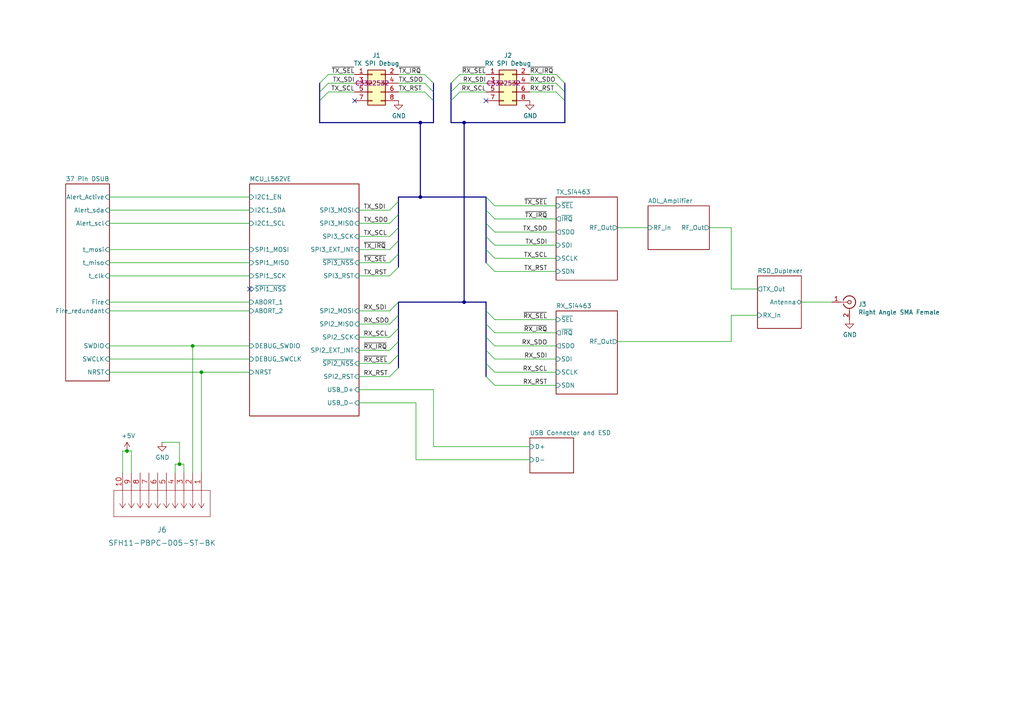
<source format=kicad_sch>
(kicad_sch (version 20211123) (generator eeschema)
  (paper "A4")
  (title_block (title "Telemetry PCB Schematic") (date "2022-03-24") (rev "v2.0.0") (company "When HAMs Fly Senior Design Team") (comment 1 "https://github.com/MSTRocketDesignTeam/Avionics-Telemetry-PCB") (comment 2 "Board Revision 2") (comment 3 "Schematic depicting logical connections between components"))
  (lib_symbols
    (symbol "Conn_02x04_Odd_Even_1" (pin_names (offset 1.016) hide)
      (property "Reference" "J1" (at 1.27 8.0518 0))
      (property "Value" "Conn_02x04_Odd_Even_1" (at 1.27 5.7404 0))
      (property "LCSC" "C3322532" (at 0 0 0))
      (symbol "Conn_02x04_Odd_Even_1_1_1"
        (rectangle (start -1.27 -4.953) (end 0 -5.207) (stroke (width 0.1524)))
        (rectangle (start -1.27 -2.413) (end 0 -2.667) (stroke (width 0.1524)))
        (rectangle (start -1.27 0.127) (end 0 -0.127) (stroke (width 0.1524)))
        (rectangle (start -1.27 2.667) (end 0 2.413) (stroke (width 0.1524)))
        (rectangle (start -1.27 3.81) (end 3.81 -6.35) (stroke (width 0.254)) (fill (type background)))
        (rectangle (start 3.81 -4.953) (end 2.54 -5.207) (stroke (width 0.1524)))
        (rectangle (start 3.81 -2.413) (end 2.54 -2.667) (stroke (width 0.1524)))
        (rectangle (start 3.81 0.127) (end 2.54 -0.127) (stroke (width 0.1524)))
        (rectangle (start 3.81 2.667) (end 2.54 2.413) (stroke (width 0.1524)))
        (pin passive line (at -5.08 2.54 0) (length 3.81) (name "Pin_1") (number "1"))
        (pin passive line (at 7.62 2.54 180) (length 3.81) (name "Pin_2") (number "2"))
        (pin passive line (at -5.08 0 0) (length 3.81) (name "Pin_3") (number "3"))
        (pin passive line (at 7.62 0 180) (length 3.81) (name "Pin_4") (number "4"))
        (pin passive line (at -5.08 -2.54 0) (length 3.81) (name "Pin_5") (number "5"))
        (pin passive line (at 7.62 -2.54 180) (length 3.81) (name "Pin_6") (number "6"))
        (pin passive line (at -5.08 -5.08 0) (length 3.81) (name "Pin_7") (number "7"))
        (pin passive line (at 7.62 -5.08 180) (length 3.81) (name "Pin_8") (number "8"))
      )
    )
    (symbol "Connector:Conn_Coaxial" (pin_names (offset 1.016) hide)
      (property "Reference" "J" (at 0.254 3.048 0))
      (property "Value" "Conn_Coaxial" (at 2.921 0 90))
      (symbol "Conn_Coaxial_0_1"
        (arc (start -1.778 -0.508) (mid 0.222 -1.808) (end 1.778 0) (stroke (width 0.254)))
        (polyline (pts (xy -2.54 0) (xy -0.508 0)))
        (polyline (pts (xy 0 -2.54) (xy 0 -1.778)))
        (circle (center 0 0) (radius 0.508) (stroke (width 0.2032)))
        (arc (start 1.778 0) (mid 0.222 1.8083) (end -1.778 0.508) (stroke (width 0.254)))
      )
      (symbol "Conn_Coaxial_1_1"
        (pin passive line (at -5.08 0 0) (length 2.54) (name "In") (number "1"))
        (pin passive line (at 0 -5.08 90) (length 2.54) (name "Ext") (number "2"))
      )
    )
    (symbol "Connector_Generic:Conn_02x04_Odd_Even" (pin_names (offset 1.016) hide)
      (property "Reference" "J2" (at 1.27 8.0518 0))
      (property "Value" "RX SPI Debug" (at 1.27 5.7404 0))
      (property "LCSC" "C3322532" (at 0 0 0))
      (symbol "Conn_02x04_Odd_Even_1_1"
        (rectangle (start -1.27 -4.953) (end 0 -5.207) (stroke (width 0.1524)))
        (rectangle (start -1.27 -2.413) (end 0 -2.667) (stroke (width 0.1524)))
        (rectangle (start -1.27 0.127) (end 0 -0.127) (stroke (width 0.1524)))
        (rectangle (start -1.27 2.667) (end 0 2.413) (stroke (width 0.1524)))
        (rectangle (start -1.27 3.81) (end 3.81 -6.35) (stroke (width 0.254)) (fill (type background)))
        (rectangle (start 3.81 -4.953) (end 2.54 -5.207) (stroke (width 0.1524)))
        (rectangle (start 3.81 -2.413) (end 2.54 -2.667) (stroke (width 0.1524)))
        (rectangle (start 3.81 0.127) (end 2.54 -0.127) (stroke (width 0.1524)))
        (rectangle (start 3.81 2.667) (end 2.54 2.413) (stroke (width 0.1524)))
        (pin passive line (at -5.08 2.54 0) (length 3.81) (name "Pin_1") (number "1"))
        (pin passive line (at 7.62 2.54 180) (length 3.81) (name "Pin_2") (number "2"))
        (pin passive line (at -5.08 0 0) (length 3.81) (name "Pin_3") (number "3"))
        (pin passive line (at 7.62 0 180) (length 3.81) (name "Pin_4") (number "4"))
        (pin passive line (at -5.08 -2.54 0) (length 3.81) (name "Pin_5") (number "5"))
        (pin passive line (at 7.62 -2.54 180) (length 3.81) (name "Pin_6") (number "6"))
        (pin passive line (at -5.08 -5.08 0) (length 3.81) (name "Pin_7") (number "7"))
        (pin passive line (at 7.62 -5.08 180) (length 3.81) (name "Pin_8") (number "8"))
      )
    )
    (symbol "JTAG:SFH11-PBPC-D05-ST-BK" (pin_names (offset 0.254) hide)
      (property "Reference" "J" (at 8.89 6.35 0))
      (property "Value" "SFH11-PBPC-D05-ST-BK" (at 10.16 -10.16 0))
      (symbol "SFH11-PBPC-D05-ST-BK_1_1"
        (polyline (pts (xy 5.08 -25.4) (xy 12.7 -25.4)) (stroke (width 0.127)))
        (polyline (pts (xy 5.08 2.54) (xy 5.08 -25.4)) (stroke (width 0.127)))
        (polyline (pts (xy 10.16 -22.86) (xy 5.08 -22.86)) (stroke (width 0.127)))
        (polyline (pts (xy 10.16 -22.86) (xy 8.89 -23.6982)) (stroke (width 0.127)))
        (polyline (pts (xy 10.16 -22.86) (xy 8.89 -22.0218)) (stroke (width 0.127)))
        (polyline (pts (xy 10.16 -20.32) (xy 5.08 -20.32)) (stroke (width 0.127)))
        (polyline (pts (xy 10.16 -20.32) (xy 8.89 -21.1582)) (stroke (width 0.127)))
        (polyline (pts (xy 10.16 -20.32) (xy 8.89 -19.4818)) (stroke (width 0.127)))
        (polyline (pts (xy 10.16 -17.78) (xy 5.08 -17.78)) (stroke (width 0.127)))
        (polyline (pts (xy 10.16 -17.78) (xy 8.89 -18.6182)) (stroke (width 0.127)))
        (polyline (pts (xy 10.16 -17.78) (xy 8.89 -16.9418)) (stroke (width 0.127)))
        (polyline (pts (xy 10.16 -15.24) (xy 5.08 -15.24)) (stroke (width 0.127)))
        (polyline (pts (xy 10.16 -15.24) (xy 8.89 -16.0782)) (stroke (width 0.127)))
        (polyline (pts (xy 10.16 -15.24) (xy 8.89 -14.4018)) (stroke (width 0.127)))
        (polyline (pts (xy 10.16 -12.7) (xy 5.08 -12.7)) (stroke (width 0.127)))
        (polyline (pts (xy 10.16 -12.7) (xy 8.89 -13.5382)) (stroke (width 0.127)))
        (polyline (pts (xy 10.16 -12.7) (xy 8.89 -11.8618)) (stroke (width 0.127)))
        (polyline (pts (xy 10.16 -10.16) (xy 5.08 -10.16)) (stroke (width 0.127)))
        (polyline (pts (xy 10.16 -10.16) (xy 8.89 -10.9982)) (stroke (width 0.127)))
        (polyline (pts (xy 10.16 -10.16) (xy 8.89 -9.3218)) (stroke (width 0.127)))
        (polyline (pts (xy 10.16 -7.62) (xy 5.08 -7.62)) (stroke (width 0.127)))
        (polyline (pts (xy 10.16 -7.62) (xy 8.89 -8.4582)) (stroke (width 0.127)))
        (polyline (pts (xy 10.16 -7.62) (xy 8.89 -6.7818)) (stroke (width 0.127)))
        (polyline (pts (xy 10.16 -5.08) (xy 5.08 -5.08)) (stroke (width 0.127)))
        (polyline (pts (xy 10.16 -5.08) (xy 8.89 -5.9182)) (stroke (width 0.127)))
        (polyline (pts (xy 10.16 -5.08) (xy 8.89 -4.2418)) (stroke (width 0.127)))
        (polyline (pts (xy 10.16 -2.54) (xy 5.08 -2.54)) (stroke (width 0.127)))
        (polyline (pts (xy 10.16 -2.54) (xy 8.89 -3.3782)) (stroke (width 0.127)))
        (polyline (pts (xy 10.16 -2.54) (xy 8.89 -1.7018)) (stroke (width 0.127)))
        (polyline (pts (xy 10.16 0) (xy 5.08 0)) (stroke (width 0.127)))
        (polyline (pts (xy 10.16 0) (xy 8.89 -0.8382)) (stroke (width 0.127)))
        (polyline (pts (xy 10.16 0) (xy 8.89 0.8382)) (stroke (width 0.127)))
        (polyline (pts (xy 12.7 -25.4) (xy 12.7 2.54)) (stroke (width 0.127)))
        (polyline (pts (xy 12.7 2.54) (xy 5.08 2.54)) (stroke (width 0.127)))
        (pin unspecified line (at 0 0 0) (length 5.08) (name "1") (number "1"))
        (pin unspecified line (at 0 -22.86 0) (length 5.08) (name "10") (number "10"))
        (pin unspecified line (at 0 -2.54 0) (length 5.08) (name "2") (number "2"))
        (pin unspecified line (at 0 -5.08 0) (length 5.08) (name "3") (number "3"))
        (pin unspecified line (at 0 -7.62 0) (length 5.08) (name "4") (number "4"))
        (pin unspecified line (at 0 -10.16 0) (length 5.08) (name "5") (number "5"))
        (pin unspecified line (at 0 -12.7 0) (length 5.08) (name "6") (number "6"))
        (pin unspecified line (at 0 -15.24 0) (length 5.08) (name "7") (number "7"))
        (pin unspecified line (at 0 -17.78 0) (length 5.08) (name "8") (number "8"))
        (pin unspecified line (at 0 -20.32 0) (length 5.08) (name "9") (number "9"))
      )
    )
    (symbol "power:+5V" (power) (pin_names (offset 0))
      (property "Value" "+5V" (at 0 3.556 0))
      (symbol "+5V_0_1"
        (polyline (pts (xy -0.762 1.27) (xy 0 2.54)))
        (polyline (pts (xy 0 0) (xy 0 2.54)))
        (polyline (pts (xy 0 2.54) (xy 0.762 1.27)))
      )
      (symbol "+5V_1_1"
        (pin power_in line (at 0 0 90) (length 0) hide (name "+5V") (number "1"))
      )
    )
    (symbol "power:GND" (power) (pin_names (offset 0))
      (property "Value" "GND" (at 0 -3.81 0))
      (symbol "GND_0_1"
        (polyline (pts (xy 0 0) (xy 0 -1.27) (xy 1.27 -1.27) (xy 0 -2.54) (xy -1.27 -1.27) (xy 0 -1.27)))
      )
      (symbol "GND_1_1"
        (pin power_in line (at 0 0 270) (length 0) hide (name "GND") (number "1"))
      )
    )
  )
  (junction (at 134.62 35.56))
  (junction (at 52.07 134.62))
  (junction (at 36.83 130.81))
  (junction (at 55.88 100.33))
  (junction (at 121.92 57.15))
  (junction (at 58.42 107.95))
  (junction (at 134.62 87.63))
  (junction (at 121.92 35.56))
  (no_connect (at 72.39 83.82))
  (no_connect (at 102.87 29.21))
  (no_connect (at 140.97 29.21))
  (bus_entry (at 140.97 60.96) (size 2.54 2.54))
  (bus_entry (at 113.03 93.98) (size 2.54 -2.54))
  (bus_entry (at 143.51 67.31) (size -2.54 -2.54))
  (bus_entry (at 113.03 60.96) (size 2.54 -2.54))
  (bus_entry (at 115.57 106.68) (size -2.54 2.54))
  (bus_entry (at 161.29 26.67) (size 2.54 2.54))
  (bus_entry (at 123.19 24.13) (size 2.54 2.54))
  (bus_entry (at 143.51 96.52) (size -2.54 -2.54))
  (bus_entry (at 143.51 104.14) (size -2.54 -2.54))
  (bus_entry (at 133.35 21.59) (size -2.54 2.54))
  (bus_entry (at 140.97 109.22) (size 2.54 2.54))
  (bus_entry (at 161.29 21.59) (size 2.54 2.54))
  (bus_entry (at 123.19 21.59) (size 2.54 2.54))
  (bus_entry (at 113.03 101.6) (size 2.54 -2.54))
  (bus_entry (at 95.25 21.59) (size -2.54 2.54))
  (bus_entry (at 113.03 76.2) (size 2.54 -2.54))
  (bus_entry (at 113.03 68.58) (size 2.54 -2.54))
  (bus_entry (at 140.97 90.17) (size 2.54 2.54))
  (bus_entry (at 113.03 97.79) (size 2.54 -2.54))
  (bus_entry (at 140.97 76.2) (size 2.54 2.54))
  (bus_entry (at 123.19 26.67) (size 2.54 2.54))
  (bus_entry (at 143.51 74.93) (size -2.54 -2.54))
  (bus_entry (at 113.03 72.39) (size 2.54 -2.54))
  (bus_entry (at 95.25 26.67) (size -2.54 2.54))
  (bus_entry (at 115.57 77.47) (size -2.54 2.54))
  (bus_entry (at 133.35 24.13) (size -2.54 2.54))
  (bus_entry (at 140.97 57.15) (size 2.54 2.54))
  (bus_entry (at 161.29 24.13) (size 2.54 2.54))
  (bus_entry (at 143.51 100.33) (size -2.54 -2.54))
  (bus_entry (at 95.25 24.13) (size -2.54 2.54))
  (bus_entry (at 133.35 26.67) (size -2.54 2.54))
  (bus_entry (at 143.51 71.12) (size -2.54 -2.54))
  (bus_entry (at 143.51 107.95) (size -2.54 -2.54))
  (bus_entry (at 113.03 90.17) (size 2.54 -2.54))
  (bus_entry (at 113.03 64.77) (size 2.54 -2.54))
  (bus_entry (at 113.03 105.41) (size 2.54 -2.54))
  (wire (pts (xy 143.51 78.74) (xy 161.29 78.74)))
  (bus (pts (xy 140.97 60.96) (xy 140.97 64.77)))
  (bus (pts (xy 92.71 29.21) (xy 92.71 35.56)))
  (wire (pts (xy 72.39 80.01) (xy 31.75 80.01)))
  (bus (pts (xy 115.57 58.42) (xy 115.57 62.23)))
  (bus (pts (xy 115.57 73.66) (xy 115.57 77.47)))
  (wire (pts (xy 104.14 72.39) (xy 113.03 72.39)))
  (wire (pts (xy 140.97 21.59) (xy 133.35 21.59)))
  (wire (pts (xy 46.99 128.27) (xy 52.07 128.27)))
  (wire (pts (xy 53.34 134.62) (xy 53.34 137.16)))
  (wire (pts (xy 104.14 113.03) (xy 125.73 113.03)))
  (wire (pts (xy 113.03 101.6) (xy 104.14 101.6)))
  (wire (pts (xy 102.87 24.13) (xy 95.25 24.13)))
  (bus (pts (xy 130.81 26.67) (xy 130.81 29.21)))
  (wire (pts (xy 161.29 26.67) (xy 153.67 26.67)))
  (wire (pts (xy 219.71 91.44) (xy 212.09 91.44)))
  (wire (pts (xy 113.03 109.22) (xy 104.14 109.22)))
  (bus (pts (xy 115.57 102.87) (xy 115.57 106.68)))
  (bus (pts (xy 115.57 62.23) (xy 115.57 66.04)))
  (wire (pts (xy 140.97 26.67) (xy 133.35 26.67)))
  (wire (pts (xy 72.39 64.77) (xy 31.75 64.77)))
  (wire (pts (xy 31.75 76.2) (xy 72.39 76.2)))
  (wire (pts (xy 143.51 71.12) (xy 161.29 71.12)))
  (wire (pts (xy 143.51 111.76) (xy 161.29 111.76)))
  (wire (pts (xy 50.8 134.62) (xy 50.8 137.16)))
  (bus (pts (xy 134.62 35.56) (xy 130.81 35.56)))
  (bus (pts (xy 140.97 64.77) (xy 140.97 68.58)))
  (bus (pts (xy 115.57 66.04) (xy 115.57 69.85)))
  (wire (pts (xy 120.65 116.84) (xy 104.14 116.84)))
  (wire (pts (xy 179.07 66.04) (xy 187.96 66.04)))
  (bus (pts (xy 140.97 87.63) (xy 140.97 90.17)))
  (wire (pts (xy 115.57 24.13) (xy 123.19 24.13)))
  (bus (pts (xy 140.97 93.98) (xy 140.97 97.79)))
  (wire (pts (xy 72.39 100.33) (xy 55.88 100.33)))
  (bus (pts (xy 163.83 24.13) (xy 163.83 26.67)))
  (wire (pts (xy 72.39 107.95) (xy 58.42 107.95)))
  (wire (pts (xy 125.73 113.03) (xy 125.73 129.54)))
  (wire (pts (xy 50.8 134.62) (xy 52.07 134.62)))
  (bus (pts (xy 130.81 24.13) (xy 130.81 26.67)))
  (wire (pts (xy 35.56 130.81) (xy 35.56 137.16)))
  (wire (pts (xy 104.14 105.41) (xy 113.03 105.41)))
  (wire (pts (xy 55.88 100.33) (xy 55.88 137.16)))
  (wire (pts (xy 113.03 68.58) (xy 104.14 68.58)))
  (wire (pts (xy 104.14 90.17) (xy 113.03 90.17)))
  (wire (pts (xy 120.65 133.35) (xy 120.65 116.84)))
  (bus (pts (xy 121.92 35.56) (xy 92.71 35.56)))
  (wire (pts (xy 72.39 57.15) (xy 31.75 57.15)))
  (wire (pts (xy 212.09 83.82) (xy 212.09 66.04)))
  (bus (pts (xy 115.57 99.06) (xy 115.57 102.87)))
  (wire (pts (xy 102.87 26.67) (xy 95.25 26.67)))
  (bus (pts (xy 92.71 24.13) (xy 92.71 26.67)))
  (bus (pts (xy 92.71 26.67) (xy 92.71 29.21)))
  (wire (pts (xy 38.1 130.81) (xy 36.83 130.81)))
  (bus (pts (xy 121.92 57.15) (xy 140.97 57.15)))
  (wire (pts (xy 58.42 107.95) (xy 31.75 107.95)))
  (bus (pts (xy 125.73 24.13) (xy 125.73 26.67)))
  (wire (pts (xy 153.67 21.59) (xy 161.29 21.59)))
  (wire (pts (xy 52.07 128.27) (xy 52.07 134.62)))
  (bus (pts (xy 115.57 87.63) (xy 115.57 91.44)))
  (bus (pts (xy 115.57 57.15) (xy 121.92 57.15)))
  (wire (pts (xy 55.88 100.33) (xy 31.75 100.33)))
  (wire (pts (xy 143.51 100.33) (xy 161.29 100.33)))
  (wire (pts (xy 104.14 97.79) (xy 113.03 97.79)))
  (wire (pts (xy 143.51 74.93) (xy 161.29 74.93)))
  (bus (pts (xy 140.97 57.15) (xy 140.97 60.96)))
  (bus (pts (xy 115.57 91.44) (xy 115.57 95.25)))
  (wire (pts (xy 153.67 24.13) (xy 161.29 24.13)))
  (wire (pts (xy 143.51 63.5) (xy 161.29 63.5)))
  (wire (pts (xy 102.87 21.59) (xy 95.25 21.59)))
  (wire (pts (xy 115.57 21.59) (xy 123.19 21.59)))
  (wire (pts (xy 113.03 60.96) (xy 104.14 60.96)))
  (wire (pts (xy 125.73 129.54) (xy 153.67 129.54)))
  (wire (pts (xy 143.51 107.95) (xy 161.29 107.95)))
  (bus (pts (xy 115.57 57.15) (xy 115.57 58.42)))
  (wire (pts (xy 212.09 66.04) (xy 205.74 66.04)))
  (bus (pts (xy 125.73 29.21) (xy 125.73 35.56)))
  (wire (pts (xy 143.51 67.31) (xy 161.29 67.31)))
  (wire (pts (xy 38.1 137.16) (xy 38.1 130.81)))
  (bus (pts (xy 140.97 105.41) (xy 140.97 109.22)))
  (bus (pts (xy 134.62 35.56) (xy 163.83 35.56)))
  (bus (pts (xy 140.97 97.79) (xy 140.97 101.6)))
  (wire (pts (xy 123.19 26.67) (xy 115.57 26.67)))
  (wire (pts (xy 232.41 87.63) (xy 241.3 87.63)))
  (bus (pts (xy 125.73 26.67) (xy 125.73 29.21)))
  (bus (pts (xy 121.92 35.56) (xy 125.73 35.56)))
  (wire (pts (xy 36.83 130.81) (xy 35.56 130.81)))
  (bus (pts (xy 163.83 26.67) (xy 163.83 29.21)))
  (wire (pts (xy 58.42 107.95) (xy 58.42 137.16)))
  (bus (pts (xy 140.97 68.58) (xy 140.97 72.39)))
  (wire (pts (xy 31.75 90.17) (xy 72.39 90.17)))
  (bus (pts (xy 134.62 35.56) (xy 134.62 87.63)))
  (bus (pts (xy 140.97 90.17) (xy 140.97 93.98)))
  (wire (pts (xy 153.67 133.35) (xy 120.65 133.35)))
  (wire (pts (xy 52.07 134.62) (xy 53.34 134.62)))
  (wire (pts (xy 143.51 59.69) (xy 161.29 59.69)))
  (wire (pts (xy 31.75 87.63) (xy 72.39 87.63)))
  (wire (pts (xy 219.71 83.82) (xy 212.09 83.82)))
  (wire (pts (xy 31.75 72.39) (xy 72.39 72.39)))
  (bus (pts (xy 121.92 35.56) (xy 121.92 57.15)))
  (bus (pts (xy 130.81 29.21) (xy 130.81 35.56)))
  (wire (pts (xy 113.03 93.98) (xy 104.14 93.98)))
  (bus (pts (xy 140.97 72.39) (xy 140.97 76.2)))
  (bus (pts (xy 115.57 95.25) (xy 115.57 99.06)))
  (wire (pts (xy 31.75 104.14) (xy 72.39 104.14)))
  (wire (pts (xy 104.14 76.2) (xy 113.03 76.2)))
  (wire (pts (xy 179.07 99.06) (xy 212.09 99.06)))
  (bus (pts (xy 134.62 87.63) (xy 115.57 87.63)))
  (wire (pts (xy 104.14 64.77) (xy 113.03 64.77)))
  (wire (pts (xy 31.75 60.96) (xy 72.39 60.96)))
  (bus (pts (xy 115.57 69.85) (xy 115.57 73.66)))
  (wire (pts (xy 143.51 92.71) (xy 161.29 92.71)))
  (bus (pts (xy 134.62 87.63) (xy 140.97 87.63)))
  (wire (pts (xy 113.03 80.01) (xy 104.14 80.01)))
  (wire (pts (xy 140.97 24.13) (xy 133.35 24.13)))
  (bus (pts (xy 163.83 29.21) (xy 163.83 35.56)))
  (wire (pts (xy 143.51 104.14) (xy 161.29 104.14)))
  (bus (pts (xy 140.97 101.6) (xy 140.97 105.41)))
  (wire (pts (xy 143.51 96.52) (xy 161.29 96.52)))
  (wire (pts (xy 212.09 91.44) (xy 212.09 99.06)))
  (label "TX_SDO" (at 105.41 64.77 0))
  (label "RX_SDI" (at 140.97 24.13 180))
  (label "RX_SCL" (at 140.97 26.67 180))
  (label "~{RX_IRQ}" (at 153.67 21.59 0))
  (label "TX_SDI" (at 102.87 24.13 180))
  (label "TX_SCL" (at 105.41 68.58 0))
  (label "~{TX_IRQ}" (at 158.75 63.5 180))
  (label "~{TX_IRQ}" (at 105.41 72.39 0))
  (label "TX_SCL" (at 102.87 26.67 180))
  (label "TX_RST" (at 158.75 78.74 180))
  (label "TX_RST" (at 105.41 80.01 0))
  (label "RX_SDO" (at 158.75 100.33 180))
  (label "TX_SDI" (at 158.75 71.12 180))
  (label "RX_RST" (at 153.67 26.67 0))
  (label "~{RX_SEL}" (at 158.75 92.71 180))
  (label "RX_SDI" (at 158.75 104.14 180))
  (label "RX_SCL" (at 105.41 97.79 0))
  (label "TX_SDO" (at 115.57 24.13 0))
  (label "~{RX_SEL}" (at 105.41 105.41 0))
  (label "RX_SDO" (at 153.67 24.13 0))
  (label "TX_RST" (at 115.57 26.67 0))
  (label "~{RX_IRQ}" (at 158.75 96.52 180))
  (label "~{TX_IRQ}" (at 115.57 21.59 0))
  (label "RX_SDO" (at 105.41 93.98 0))
  (label "~{RX_SEL}" (at 140.97 21.59 180))
  (label "RX_SDI" (at 105.41 90.17 0))
  (label "TX_SDO" (at 158.75 67.31 180))
  (label "~{TX_SEL}" (at 105.41 76.2 0))
  (label "TX_SDI" (at 105.41 60.96 0))
  (label "TX_SCL" (at 158.75 74.93 180))
  (label "~{TX_SEL}" (at 158.75 59.69 180))
  (label "RX_RST" (at 105.41 109.22 0))
  (label "RX_RST" (at 158.75 111.76 180))
  (label "RX_SCL" (at 158.75 107.95 180))
  (label "~{TX_SEL}" (at 102.87 21.59 180))
  (label "~{RX_IRQ}" (at 105.41 101.6 0))
  (symbol (lib_id "Connector:Conn_Coaxial") (at 246.38 87.63 0) (unit 1)
    (property "Reference" "J3" (at 248.92 88.265 0) (effects (justify left)))
    (property "Value" "Right Angle SMA Female" (at 248.92 90.5764 0) (effects (justify left)))
    (property "Footprint" "Connector_Coaxial:SMA_Molex_73251-2200_Horizontal" (effects hide))
    (property "Datasheet" "https://s3-us-west-2.amazonaws.com/catsy.582/C132134.pdf" (effects hide))
    (property "LCSC" "C3174425" (effects hide))
  )
  (symbol (lib_id "power:GND") (at 246.38 92.71 0) (unit 1)
    (property "Reference" "#PWR03" (effects hide))
    (property "Value" "GND" (at 246.507 97.1042 0))
  )
  (symbol (lib_name "Conn_02x04_Odd_Even_1") (lib_id "Connector_Generic:Conn_02x04_Odd_Even") (at 107.95 24.13 0) (unit 1)
    (property "Reference" "J1" (at 109.22 16.0782 0))
    (property "Value" "TX SPI Debug" (at 109.22 18.3896 0))
    (property "Footprint" "Connector_PinHeader_2.54mm:PinHeader_2x04_P2.54mm_Vertical" (effects hide))
    (property "Datasheet" "https://s3.amazonaws.com/catalogspreads-pdf/PAGE123%20.100%20SFH11%20SERIES%20FEMALE%20HDR%20ST%20RA.pdf" (effects hide))
    (property "LCSC" "C3322532" (at 107.95 24.13 0))
  )
  (symbol (lib_id "Connector_Generic:Conn_02x04_Odd_Even") (at 146.05 24.13 0) (unit 1)
    (property "Reference" "J2" (at 147.32 16.0782 0))
    (property "Value" "RX SPI Debug" (at 147.32 18.3896 0))
    (property "Footprint" "Connector_PinHeader_2.54mm:PinHeader_2x04_P2.54mm_Vertical" (effects hide))
    (property "Datasheet" "https://s3.amazonaws.com/catalogspreads-pdf/PAGE123%20.100%20SFH11%20SERIES%20FEMALE%20HDR%20ST%20RA.pdf" (effects hide))
    (property "LCSC" "C3322532" (at 146.05 24.13 0))
  )
  (symbol (lib_id "power:GND") (at 115.57 29.21 0) (unit 1)
    (property "Reference" "#PWR01" (effects hide))
    (property "Value" "GND" (at 115.697 33.6042 0))
  )
  (symbol (lib_id "power:GND") (at 153.67 29.21 0) (unit 1)
    (property "Reference" "#PWR02" (effects hide))
    (property "Value" "GND" (at 153.797 33.6042 0))
  )
  (symbol (lib_id "power:GND") (at 46.99 128.27 0) (unit 1)
    (property "Reference" "#PWR?" (effects hide))
    (property "Value" "GND" (at 47.117 132.6642 0))
  )
  (symbol (lib_id "JTAG:SFH11-PBPC-D05-ST-BK") (at 58.42 137.16 270) (unit 1)
    (property "Reference" "J6" (at 46.99 153.67 90) (effects (font (size 1.524 1.524))))
    (property "Value" "SFH11-PBPC-D05-ST-BK" (at 46.99 157.48 90) (effects (font (size 1.524 1.524))))
    (property "Footprint" "jtag:SFH11-PBPC-D05-ST-BK" (effects hide))
    (property "Datasheet" "https://s3.amazonaws.com/catalogspreads-pdf/PAGE123%20.100%20SFH11%20SERIES%20FEMALE%20HDR%20ST%20RA.pdf" (effects hide))
  )
  (symbol (lib_id "power:+5V") (at 36.83 130.81 0) (unit 1)
    (property "Reference" "#PWR?" (effects hide))
    (property "Value" "+5V" (at 37.211 126.4158 0))
  )
  (sheet (at 161.29 57.15) (size 17.78 24.13)
    (property "Sheet name" "TX_Si4463" (at 161.29 56.4384 0) (effects (justify left bottom)))
    (property "Sheet file" "COMPONENT_SHEETS/Si4463_TX.kicad_sch" (effects hide))
    (pin "~{SEL}" input (at 161.29 59.69 180))
    (pin "SDI" input (at 161.29 71.12 180))
    (pin "SCLK" input (at 161.29 74.93 180))
    (pin "~{IRQ}" output (at 161.29 63.5 180))
    (pin "SDO" output (at 161.29 67.31 180))
    (pin "RF_Out" output (at 179.07 66.04 0))
    (pin "SDN" input (at 161.29 78.74 180))
  )
  (sheet (at 219.71 80.01) (size 12.7 15.24)
    (property "Sheet name" "RSD_Duplexer" (at 219.71 79.2984 0) (effects (justify left bottom)))
    (property "Sheet file" "COMPONENT_SHEETS/RSD_Duplexer.kicad_sch" (effects hide))
    (pin "RX_In" input (at 219.71 91.44 180))
    (pin "TX_Out" output (at 219.71 83.82 180))
    (pin "Antenna" bidirectional (at 232.41 87.63 0))
  )
  (sheet (at 187.96 59.69) (size 17.78 12.7)
    (property "Sheet name" "ADL_Amplifier" (at 187.96 58.9784 0) (effects (justify left bottom)))
    (property "Sheet file" "COMPONENT_SHEETS/ADL_Amplifier.kicad_sch" (effects hide))
    (pin "RF_In" input (at 187.96 66.04 180))
    (pin "RF_Out" output (at 205.74 66.04 0))
  )
  (sheet (at 161.29 90.17) (size 17.78 24.13)
    (property "Sheet name" "RX_Si4463" (at 161.29 89.4584 0) (effects (justify left bottom)))
    (property "Sheet file" "COMPONENT_SHEETS/Si4463_RX.kicad_sch" (effects hide))
    (pin "~{SEL}" input (at 161.29 92.71 180))
    (pin "SDI" input (at 161.29 104.14 180))
    (pin "SCLK" input (at 161.29 107.95 180))
    (pin "~{IRQ}" output (at 161.29 96.52 180))
    (pin "SDO" output (at 161.29 100.33 180))
    (pin "RF_Out" output (at 179.07 99.06 0))
    (pin "SDN" input (at 161.29 111.76 180))
  )
  (sheet (at 72.39 53.34) (size 31.75 67.31)
    (property "Sheet name" "MCU_L562VE" (at 72.39 52.6284 0) (effects (justify left bottom)))
    (property "Sheet file" "COMPONENT_SHEETS/MCU_L562VE.kicad_sch" (effects hide))
    (pin "I2C1_SCL" input (at 72.39 64.77 180))
    (pin "I2C1_SDA" input (at 72.39 60.96 180))
    (pin "I2C1_EN" input (at 72.39 57.15 180))
    (pin "DEBUG_SWCLK" input (at 72.39 104.14 180))
    (pin "~{SPI2_NSS}" input (at 104.14 105.41 0))
    (pin "SPI3_MOSI" input (at 104.14 60.96 0))
    (pin "SPI3_MISO" input (at 104.14 64.77 0))
    (pin "SPI3_SCK" input (at 104.14 68.58 0))
    (pin "DEBUG_SWDIO" input (at 72.39 100.33 180))
    (pin "USB_D+" input (at 104.14 113.03 0))
    (pin "USB_D-" input (at 104.14 116.84 0))
    (pin "SPI2_SCK" input (at 104.14 97.79 0))
    (pin "SPI2_MISO" input (at 104.14 93.98 0))
    (pin "SPI2_MOSI" input (at 104.14 90.17 0))
    (pin "~{SPI3_NSS}" input (at 104.14 76.2 0))
    (pin "SPI1_SCK" input (at 72.39 80.01 180))
    (pin "SPI1_MISO" input (at 72.39 76.2 180))
    (pin "SPI1_MOSI" input (at 72.39 72.39 180))
    (pin "~{SPI1_NSS}" input (at 72.39 83.82 180))
    (pin "NRST" input (at 72.39 107.95 180))
    (pin "ABORT_1" input (at 72.39 87.63 180))
    (pin "ABORT_2" input (at 72.39 90.17 180))
    (pin "SPI2_RST" input (at 104.14 109.22 0))
    (pin "SPI3_RST" input (at 104.14 80.01 0))
    (pin "SPI2_EXT_INT" input (at 104.14 101.6 0))
    (pin "SPI3_EXT_INT" input (at 104.14 72.39 0))
  )
  (sheet (at 153.67 127) (size 12.7 10.16)
    (property "Sheet name" "USB Connector and ESD" (at 153.67 126.2884 0) (effects (justify left bottom)))
    (property "Sheet file" "COMPONENT_SHEETS/USB_ESD.kicad_sch" (effects hide))
    (pin "D-" input (at 153.67 133.35 180))
    (pin "D+" input (at 153.67 129.54 180))
  )
  (sheet (at 19.05 53.34) (size 12.7 57.15)
    (property "Sheet name" "37 Pin DSUB" (at 19.05 52.6284 0) (effects (justify left bottom)))
    (property "Sheet file" "COMPONENT_SHEETS/DSUB-37_Male.kicad_sch" (effects hide))
    (pin "t_mosi" input (at 31.75 72.39 0))
    (pin "t_miso" input (at 31.75 76.2 0))
    (pin "t_clk" input (at 31.75 80.01 0))
    (pin "Alert_scl" input (at 31.75 64.77 0))
    (pin "Alert_sda" input (at 31.75 60.96 0))
    (pin "Alert_Active" input (at 31.75 57.15 0))
    (pin "SWDIO" input (at 31.75 100.33 0))
    (pin "SWCLK" input (at 31.75 104.14 0))
    (pin "NRST" input (at 31.75 107.95 0))
    (pin "Fire" input (at 31.75 87.63 0))
    (pin "Fire_redundant" input (at 31.75 90.17 0))
  )
)
</source>
